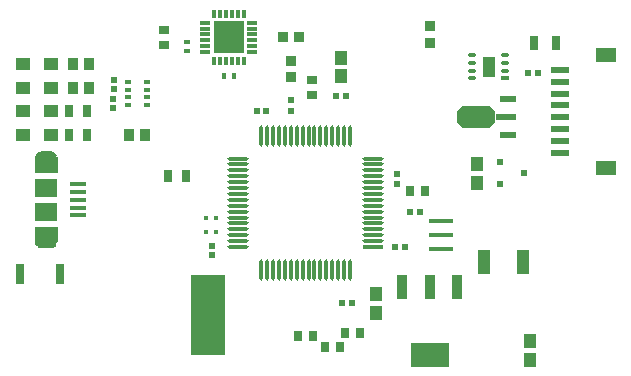
<source format=gtp>
G04*
G04 #@! TF.GenerationSoftware,Altium Limited,Altium Designer,23.4.1 (23)*
G04*
G04 Layer_Color=8421504*
%FSLAX44Y44*%
%MOMM*%
G71*
G04*
G04 #@! TF.SameCoordinates,A7B3D8D5-16A8-440A-8199-89ABE8C95972*
G04*
G04*
G04 #@! TF.FilePolarity,Positive*
G04*
G01*
G75*
%ADD10C,0.5000*%
%ADD14R,0.6000X0.5000*%
%ADD15R,0.6000X0.5000*%
%ADD16R,1.0000X1.7500*%
%ADD17C,0.5000*%
G04:AMPARAMS|DCode=18|XSize=0.3125mm|YSize=1.7883mm|CornerRadius=0.1562mm|HoleSize=0mm|Usage=FLASHONLY|Rotation=180.000|XOffset=0mm|YOffset=0mm|HoleType=Round|Shape=RoundedRectangle|*
%AMROUNDEDRECTD18*
21,1,0.3125,1.4758,0,0,180.0*
21,1,0.0000,1.7883,0,0,180.0*
1,1,0.3125,0.0000,0.7379*
1,1,0.3125,0.0000,0.7379*
1,1,0.3125,0.0000,-0.7379*
1,1,0.3125,0.0000,-0.7379*
%
%ADD18ROUNDEDRECTD18*%
G04:AMPARAMS|DCode=19|XSize=1.7883mm|YSize=0.3125mm|CornerRadius=0.1562mm|HoleSize=0mm|Usage=FLASHONLY|Rotation=180.000|XOffset=0mm|YOffset=0mm|HoleType=Round|Shape=RoundedRectangle|*
%AMROUNDEDRECTD19*
21,1,1.7883,0.0000,0,0,180.0*
21,1,1.4758,0.3125,0,0,180.0*
1,1,0.3125,-0.7379,0.0000*
1,1,0.3125,0.7379,0.0000*
1,1,0.3125,0.7379,0.0000*
1,1,0.3125,-0.7379,0.0000*
%
%ADD19ROUNDEDRECTD19*%
%ADD20R,1.7883X0.3125*%
%ADD21R,0.5725X0.5682*%
%ADD22R,0.8000X0.9500*%
%ADD23R,1.8000X0.6000*%
G04:AMPARAMS|DCode=24|XSize=1.9mm|YSize=3.2mm|CornerRadius=0mm|HoleSize=0mm|Usage=FLASHONLY|Rotation=270.000|XOffset=0mm|YOffset=0mm|HoleType=Round|Shape=Octagon|*
%AMOCTAGOND24*
4,1,8,1.6000,0.4750,1.6000,-0.4750,1.1250,-0.9500,-1.1250,-0.9500,-1.6000,-0.4750,-1.6000,0.4750,-1.1250,0.9500,1.1250,0.9500,1.6000,0.4750,0.0*
%
%ADD24OCTAGOND24*%

%ADD25R,1.4000X0.6000*%
%ADD26R,1.3500X0.4000*%
%ADD27R,1.9000X1.5000*%
%ADD28R,0.8000X1.7000*%
%ADD29R,1.5500X0.6000*%
%ADD30R,1.8000X1.2000*%
%ADD31R,0.9000X2.1000*%
%ADD32R,3.2000X2.1000*%
%ADD33R,2.8400X6.8000*%
%ADD34R,1.0121X1.2084*%
%ADD35R,0.5200X0.5200*%
%ADD36R,0.5200X0.5200*%
%ADD37R,0.7500X1.0000*%
%ADD38R,1.1000X2.0500*%
%ADD39R,0.9500X0.8000*%
%ADD40R,0.8500X0.9500*%
%ADD41R,0.9000X1.0500*%
%ADD42R,0.4500X0.4500*%
%ADD43R,1.2500X1.1000*%
%ADD44R,0.5000X0.3500*%
%ADD45R,0.9500X0.8500*%
%ADD46R,0.3500X0.8000*%
%ADD47R,0.8500X0.3500*%
%ADD48R,2.6000X2.7000*%
%ADD49R,2.0000X0.4000*%
G04:AMPARAMS|DCode=50|XSize=0.7311mm|YSize=0.3025mm|CornerRadius=0.1512mm|HoleSize=0mm|Usage=FLASHONLY|Rotation=180.000|XOffset=0mm|YOffset=0mm|HoleType=Round|Shape=RoundedRectangle|*
%AMROUNDEDRECTD50*
21,1,0.7311,0.0000,0,0,180.0*
21,1,0.4286,0.3025,0,0,180.0*
1,1,0.3025,-0.2143,0.0000*
1,1,0.3025,0.2143,0.0000*
1,1,0.3025,0.2143,0.0000*
1,1,0.3025,-0.2143,0.0000*
%
%ADD50ROUNDEDRECTD50*%
%ADD51R,0.9121X0.9587*%
%ADD52R,0.7000X1.3000*%
%ADD53R,0.5000X0.4000*%
%ADD54R,0.4000X0.5000*%
%ADD55R,0.7311X0.3025*%
G36*
X55000Y181500D02*
X36000D01*
Y194500D01*
X55000D01*
Y181500D01*
D02*
G37*
G36*
X50000Y176500D02*
X41000Y176500D01*
Y181500D01*
X50000D01*
Y176500D01*
D02*
G37*
G36*
X50000Y253500D02*
X41000D01*
Y258500D01*
X50000Y258500D01*
Y253500D01*
D02*
G37*
G36*
X55000Y240500D02*
X36000D01*
Y253500D01*
X55000D01*
Y240500D01*
D02*
G37*
D10*
X51276Y183650D02*
G03*
X47709Y182500I-1276J-2150D01*
G01*
X52291D02*
G03*
X51276Y183650I-2291J-1000D01*
G01*
D02*
G03*
X47709Y182500I-1276J-2150D01*
G01*
X52291D02*
G03*
X51276Y183650I-2291J-1000D01*
G01*
Y179350D02*
G03*
X52291Y182500I-1276J2150D01*
G01*
X47500Y181500D02*
G03*
X51276Y179350I2500J0D01*
G01*
D02*
G03*
X52291Y182500I-1276J2150D01*
G01*
X47500Y181500D02*
G03*
X51276Y179350I2500J0D01*
G01*
X40091Y179171D02*
G03*
X40229Y179122I909J2329D01*
G01*
X40091Y179171D02*
G03*
X40229Y179122I909J2329D01*
G01*
X40229Y179122D02*
G03*
X40771Y179011I771J2378D01*
G01*
X40229Y179122D02*
G03*
X40771Y179011I771J2378D01*
G01*
X40229Y179122D02*
G03*
X40771Y179011I771J2378D01*
G01*
X40229Y179122D02*
G03*
X40771Y179011I771J2378D01*
G01*
X40772Y179011D02*
G03*
X41000Y179000I228J2490D01*
G01*
X40772Y179011D02*
G03*
X41000Y179000I228J2490D01*
G01*
X40772Y179011D02*
G03*
X41000Y179000I228J2490D01*
G01*
X40772Y179011D02*
G03*
X41000Y179000I228J2490D01*
G01*
X38709Y180500D02*
G03*
X40090Y179171I2291J1000D01*
G01*
X38709Y180500D02*
G03*
X40090Y179171I2291J1000D01*
G01*
X40091Y179171D02*
G03*
X40229Y179122I909J2329D01*
G01*
X40091Y179171D02*
G03*
X40229Y179122I909J2329D01*
G01*
X38709Y180500D02*
G03*
X40090Y179171I2291J1000D01*
G01*
X38709Y180500D02*
G03*
X40090Y179171I2291J1000D01*
G01*
X41000Y179000D02*
G03*
X42745Y179710I0J2500D01*
G01*
X41000Y179000D02*
G03*
X42745Y179710I0J2500D01*
G01*
X41000Y179000D02*
G03*
X42745Y179710I0J2500D01*
G01*
X41000Y179000D02*
G03*
X42745Y179710I0J2500D01*
G01*
X38511Y181269D02*
G03*
X38511Y181268I2489J231D01*
G01*
X38510Y181271D02*
G03*
X38511Y181269I2490J229D01*
G01*
Y181269D02*
G03*
X38511Y181268I2489J231D01*
G01*
X38510Y181271D02*
G03*
X38511Y181269I2490J229D01*
G01*
X38510Y181271D02*
G03*
X38511Y181269I2490J229D01*
G01*
Y181269D02*
G03*
X38511Y181268I2489J231D01*
G01*
X38511Y181269D02*
G03*
X38511Y181268I2489J231D01*
G01*
X38500Y181500D02*
G03*
X38504Y181362I2500J0D01*
G01*
X38500Y181500D02*
G03*
X38504Y181362I2500J0D01*
G01*
X38504Y181361D02*
G03*
X38510Y181272I2496J139D01*
G01*
X38504Y181362D02*
G03*
X38504Y181361I2496J138D01*
G01*
X38500Y181500D02*
G03*
X38504Y181362I2500J0D01*
G01*
X38500Y181500D02*
G03*
X38504Y181362I2500J0D01*
G01*
X38504Y181361D02*
G03*
X38510Y181272I2496J139D01*
G01*
X38504Y181362D02*
G03*
X38504Y181361I2496J138D01*
G01*
X38510Y181271D02*
G03*
X38511Y181269I2490J229D01*
G01*
X38504Y181361D02*
G03*
X38510Y181272I2496J139D01*
G01*
X38504Y181362D02*
G03*
X38504Y181361I2496J138D01*
G01*
D02*
G03*
X38510Y181272I2496J139D01*
G01*
X38504Y181362D02*
G03*
X38504Y181361I2496J138D01*
G01*
X38616Y180747D02*
G03*
X38671Y180591I2384J753D01*
G01*
X38616Y180747D02*
G03*
X38671Y180591I2384J753D01*
G01*
X38616Y180747D02*
G03*
X38671Y180591I2384J753D01*
G01*
X38574Y180897D02*
G03*
X38616Y180748I2426J603D01*
G01*
X38574Y180897D02*
G03*
X38616Y180748I2426J603D01*
G01*
X38671Y180591D02*
G03*
X38709Y180500I2329J909D01*
G01*
X38671Y180591D02*
G03*
X38709Y180500I2329J909D01*
G01*
X38671Y180591D02*
G03*
X38709Y180500I2329J909D01*
G01*
X38616Y180747D02*
G03*
X38671Y180591I2384J753D01*
G01*
X38671Y180591D02*
G03*
X38709Y180500I2329J909D01*
G01*
X38574Y180897D02*
G03*
X38616Y180748I2426J603D01*
G01*
X38500Y181501D02*
G03*
X38500Y181500I2500J-1D01*
G01*
X38682Y182436D02*
G03*
X38500Y181501I2318J-936D01*
G01*
X38574Y180897D02*
G03*
X38616Y180748I2426J603D01*
G01*
X38500Y181501D02*
G03*
X38500Y181500I2500J-1D01*
G01*
X38682Y182436D02*
G03*
X38500Y181501I2318J-936D01*
G01*
X38709Y182500D02*
G03*
X38682Y182437I2291J-1000D01*
G01*
X38709Y182500D02*
G03*
X38682Y182437I2291J-1000D01*
G01*
X38709Y182500D02*
G03*
X38682Y182437I2291J-1000D01*
G01*
X38709Y182500D02*
G03*
X38682Y182437I2291J-1000D01*
G01*
X42516Y251512D02*
G03*
X43166Y252253I-1516J1988D01*
G01*
X42516Y251512D02*
G03*
X43166Y252253I-1516J1988D01*
G01*
X47709Y182500D02*
G03*
X47572Y182096I2291J-1000D01*
G01*
X47709Y182500D02*
G03*
X47572Y182096I2291J-1000D01*
G01*
X43166Y252253D02*
G03*
X43442Y252964I-2166J1247D01*
G01*
X43166Y252253D02*
G03*
X43442Y252964I-2166J1247D01*
G01*
X43442Y252965D02*
G03*
X43491Y253290I-2442J536D01*
G01*
X43442Y252965D02*
G03*
X43491Y253290I-2442J536D01*
G01*
Y253290D02*
G03*
X43500Y253468I-2491J210D01*
G01*
Y253468D02*
G03*
X43500Y253487I-2500J32D01*
G01*
X43500Y253468D02*
G03*
X43500Y253487I-2500J32D01*
G01*
D02*
G03*
X43500Y253490I-2500J14D01*
G01*
Y253490D02*
Y253491D01*
Y253487D02*
G03*
X43500Y253490I-2500J14D01*
G01*
Y253490D02*
Y253491D01*
Y253491D02*
G03*
X43500Y253495I-2500J9D01*
G01*
X43500Y253491D02*
G03*
X43500Y253495I-2500J9D01*
G01*
X43001Y180002D02*
G03*
X43002Y180003I-2001J1498D01*
G01*
X43001Y180002D02*
G03*
X43002Y180003I-2001J1498D01*
G01*
X38511Y181268D02*
G03*
X38573Y180900I2489J232D01*
G01*
X38511Y181268D02*
G03*
X38573Y180900I2489J232D01*
G01*
X38511Y181268D02*
G03*
X38573Y180900I2489J232D01*
G01*
X38511Y181268D02*
G03*
X38573Y180900I2489J232D01*
G01*
X43291Y182501D02*
G03*
X38709Y182500I-2291J-1001D01*
G01*
X43003Y180004D02*
G03*
X43291Y182500I-2003J1497D01*
G01*
X43291Y182501D02*
G03*
X38709Y182500I-2291J-1001D01*
G01*
X43291Y182501D02*
G03*
X38709Y182500I-2291J-1001D01*
G01*
X43291Y182501D02*
G03*
X38709Y182500I-2291J-1001D01*
G01*
X43003Y180004D02*
G03*
X43291Y182500I-2003J1497D01*
G01*
X43291Y182500D02*
X43291Y182501D01*
X43291Y182500D02*
X43291Y182501D01*
X43500Y253495D02*
G03*
X43500Y253500I-2500J5D01*
G01*
Y253495D02*
G03*
X43500Y253500I-2500J5D01*
G01*
X39894Y251258D02*
G03*
X40093Y251171I1106J2242D01*
G01*
X39894Y251258D02*
G03*
X40093Y251171I1106J2242D01*
G01*
X38870Y252192D02*
G03*
X39894Y251258I2130J1309D01*
G01*
X38500Y253500D02*
G03*
X38870Y252192I2500J0D01*
G01*
X42093Y251252D02*
G03*
X42247Y251334I-1094J2248D01*
G01*
X40093Y251170D02*
G03*
X42093Y251252I907J2330D01*
G01*
X38500Y253500D02*
G03*
X38870Y252192I2500J0D01*
G01*
D02*
G03*
X39894Y251258I2130J1309D01*
G01*
X42093Y251252D02*
G03*
X42247Y251334I-1094J2248D01*
G01*
X42248Y251334D02*
G03*
X42516Y251512I-1248J2166D01*
G01*
X42248Y251334D02*
G03*
X42516Y251512I-1248J2166D01*
G01*
X38573Y180898D02*
X38574Y180898D01*
X38573Y180898D02*
X38574Y180898D01*
X40093Y251170D02*
G03*
X42093Y251252I907J2330D01*
G01*
X43500Y253500D02*
G03*
X38500Y253500I-2500J0D01*
G01*
X42746Y179711D02*
G03*
X42747Y179712I-1746J1789D01*
G01*
X42746Y179711D02*
G03*
X42747Y179712I-1746J1789D01*
G01*
X42747Y179712D02*
G03*
X42810Y179776I-1748J1788D01*
G01*
X42747Y179712D02*
G03*
X42810Y179776I-1748J1788D01*
G01*
X42810Y179776D02*
G03*
X42811Y179777I-1810J1724D01*
G01*
X42810Y179776D02*
G03*
X42811Y179777I-1810J1724D01*
G01*
X47500Y253500D02*
G03*
X49999Y256000I2500J0D01*
G01*
X48325Y255356D02*
G03*
X47500Y253501I1675J-1856D01*
G01*
X48325Y255356D02*
G03*
X47500Y253501I1675J-1856D01*
G01*
X49999Y256000D02*
G03*
X48325Y255356I0J-2500D01*
G01*
X49999Y256000D02*
G03*
X48325Y255356I0J-2500D01*
G01*
X42812Y179778D02*
G03*
X43001Y180002I-1812J1723D01*
G01*
X42812Y179778D02*
G03*
X43001Y180002I-1812J1723D01*
G01*
X47572Y182096D02*
G03*
X47500Y181500I2428J-596D01*
G01*
X47500Y253501D02*
Y253500D01*
Y253500D02*
G03*
X50000Y256000I2500J0D01*
G01*
D14*
X450000Y240000D02*
D03*
X430000Y249500D02*
D03*
D15*
Y230500D02*
D03*
D16*
X419999Y330001D02*
D03*
D17*
X38682Y182436D02*
D03*
D03*
X43500Y253491D02*
D03*
D03*
X38573Y180900D02*
D03*
D03*
X42747Y179712D02*
D03*
D03*
X42745Y179710D02*
D03*
D03*
X48325Y255356D02*
D03*
D03*
X42746Y179711D02*
D03*
D03*
D18*
X292500Y158088D02*
D03*
X287499D02*
D03*
X282500D02*
D03*
X277500D02*
D03*
X272500D02*
D03*
X267500D02*
D03*
X262500D02*
D03*
X257500D02*
D03*
X252500D02*
D03*
X247500D02*
D03*
X242500D02*
D03*
X237500D02*
D03*
X232500D02*
D03*
X227500D02*
D03*
X237500Y271912D02*
D03*
X242500D02*
D03*
X247500D02*
D03*
X252500D02*
D03*
X257500Y271912D02*
D03*
X262500Y271912D02*
D03*
X267500D02*
D03*
X272500D02*
D03*
X277500Y271912D02*
D03*
X282500D02*
D03*
X302500Y271912D02*
D03*
X227500Y271912D02*
D03*
X302500Y158088D02*
D03*
X287500Y271912D02*
D03*
X292500D02*
D03*
X297500Y158088D02*
D03*
X232500Y271912D02*
D03*
X297500Y271912D02*
D03*
D19*
X208088Y187499D02*
D03*
Y192500D02*
D03*
Y197500D02*
D03*
Y202500D02*
D03*
Y207500D02*
D03*
Y212500D02*
D03*
Y217500D02*
D03*
Y222500D02*
D03*
Y227500D02*
D03*
Y232500D02*
D03*
Y237500D02*
D03*
Y242500D02*
D03*
Y247500D02*
D03*
Y252500D02*
D03*
X321912D02*
D03*
Y247500D02*
D03*
Y242500D02*
D03*
Y237500D02*
D03*
Y227499D02*
D03*
Y222500D02*
D03*
Y217500D02*
D03*
Y212500D02*
D03*
X321912Y207500D02*
D03*
X321912Y202500D02*
D03*
Y197500D02*
D03*
Y192500D02*
D03*
Y187500D02*
D03*
Y182500D02*
D03*
X208088Y177500D02*
D03*
Y182500D02*
D03*
X321912Y232499D02*
D03*
D20*
Y177499D02*
D03*
D21*
X252500Y292978D02*
D03*
Y302022D02*
D03*
D22*
X366501Y225000D02*
D03*
X353500D02*
D03*
X293750Y92500D02*
D03*
X281250D02*
D03*
X258500Y102500D02*
D03*
X311250Y105000D02*
D03*
X298751D02*
D03*
X271500Y102500D02*
D03*
D23*
X434499Y287500D02*
D03*
D24*
X409500D02*
D03*
D25*
X436499Y302501D02*
D03*
Y272501D02*
D03*
D26*
X72500Y204500D02*
D03*
Y211000D02*
D03*
Y217500D02*
D03*
Y224000D02*
D03*
Y230500D02*
D03*
D27*
X45500Y207500D02*
D03*
Y227500D02*
D03*
D28*
X57000Y155000D02*
D03*
X22999D02*
D03*
D29*
X480500Y327500D02*
D03*
Y317500D02*
D03*
Y257500D02*
D03*
Y267500D02*
D03*
Y277500D02*
D03*
Y287500D02*
D03*
Y297500D02*
D03*
Y307500D02*
D03*
D30*
X519250Y244500D02*
D03*
Y340500D02*
D03*
D31*
X393000Y143500D02*
D03*
X370000D02*
D03*
X347000D02*
D03*
D32*
X370000Y86500D02*
D03*
D33*
X182500Y120000D02*
D03*
D34*
X455000Y98019D02*
D03*
Y81981D02*
D03*
X325000Y138019D02*
D03*
Y121981D02*
D03*
X295000Y338019D02*
D03*
X410000Y231981D02*
D03*
X295000Y321981D02*
D03*
X410000Y248018D02*
D03*
D35*
X342500Y231000D02*
D03*
Y239000D02*
D03*
X101850Y303149D02*
D03*
Y295149D02*
D03*
X185924Y178427D02*
D03*
X102500Y311000D02*
D03*
X185924Y170427D02*
D03*
X102500Y319000D02*
D03*
D36*
X349000Y177500D02*
D03*
X341000D02*
D03*
X453500Y325000D02*
D03*
X461500D02*
D03*
X361500Y207499D02*
D03*
X299000Y305000D02*
D03*
X231501Y292500D02*
D03*
X296000Y130000D02*
D03*
X223501Y292500D02*
D03*
X291000Y305000D02*
D03*
X304000Y130000D02*
D03*
X353500Y207499D02*
D03*
D37*
X65001Y292500D02*
D03*
X80000D02*
D03*
X148591Y237499D02*
D03*
X163591D02*
D03*
X65000Y272500D02*
D03*
X80000D02*
D03*
D38*
X416000Y165000D02*
D03*
X449000D02*
D03*
D39*
X270000Y306000D02*
D03*
Y319000D02*
D03*
X145000Y361500D02*
D03*
Y348500D02*
D03*
D40*
X259250Y355000D02*
D03*
X245750D02*
D03*
D41*
X68250Y332500D02*
D03*
X81750D02*
D03*
X115750Y272500D02*
D03*
X129250D02*
D03*
X68250Y312500D02*
D03*
X81750D02*
D03*
D42*
X181000Y190000D02*
D03*
X189000D02*
D03*
X181000Y202500D02*
D03*
X189000D02*
D03*
D43*
X49250Y312500D02*
D03*
X25750D02*
D03*
Y272500D02*
D03*
Y332500D02*
D03*
Y292500D02*
D03*
X49250Y272500D02*
D03*
Y292500D02*
D03*
Y332500D02*
D03*
D44*
X130500Y317250D02*
D03*
Y310750D02*
D03*
Y304250D02*
D03*
Y297750D02*
D03*
X114500D02*
D03*
Y304250D02*
D03*
Y310750D02*
D03*
Y317250D02*
D03*
D45*
X252500Y321500D02*
D03*
Y335000D02*
D03*
D46*
X212500Y375000D02*
D03*
X207500D02*
D03*
X202500D02*
D03*
X197500D02*
D03*
X192500D02*
D03*
X187500D02*
D03*
Y335000D02*
D03*
X192500D02*
D03*
X197500D02*
D03*
X202500D02*
D03*
X207500D02*
D03*
X212500D02*
D03*
D47*
X180250Y367500D02*
D03*
Y362500D02*
D03*
Y357500D02*
D03*
Y352500D02*
D03*
Y347500D02*
D03*
Y342500D02*
D03*
X219750D02*
D03*
Y347500D02*
D03*
Y352500D02*
D03*
Y357500D02*
D03*
Y362500D02*
D03*
Y367500D02*
D03*
D48*
X200000Y355000D02*
D03*
D49*
X380000Y187500D02*
D03*
Y175500D02*
D03*
Y199500D02*
D03*
D50*
X406095Y333251D02*
D03*
X433905Y339750D02*
D03*
X406095Y320250D02*
D03*
Y326750D02*
D03*
Y339750D02*
D03*
X433905Y333251D02*
D03*
Y326750D02*
D03*
D51*
X370000Y350233D02*
D03*
Y364767D02*
D03*
D52*
X477000Y350000D02*
D03*
X458000D02*
D03*
D53*
X165000Y351500D02*
D03*
Y343500D02*
D03*
D54*
X196000Y322500D02*
D03*
X204000D02*
D03*
D55*
X433905Y320250D02*
D03*
M02*

</source>
